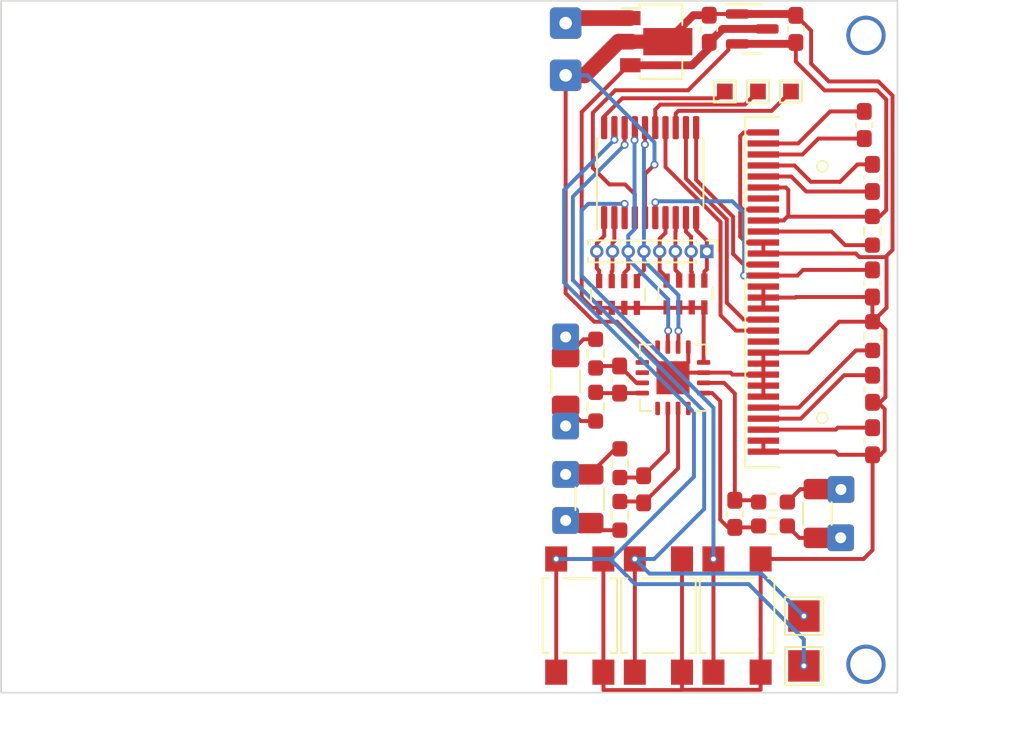
<source format=kicad_pcb>
(kicad_pcb (version 20240225) (generator "pcbnew") (generator_version "8.99")
  (layers (0 "F.Cu" signal) (31 "B.Cu" signal) (34 "B.Paste" user) (35 "F.Paste" user) (36 "B.SilkS" user "B.Silkscreen") (37 "F.SilkS" user "F.Silkscreen") (38 "B.Mask" user) (39 "F.Mask" user) (44 "Edge.Cuts" user))
  (net 0 "")
  (net 1 "Net-(U1-IN+1)")
  (net 2 "Net-(U1-IN-1)")
  (net 3 "GND")
  (net 9 "Net-(U1-IN+2)")
  (net 10 "Net-(U1-IN-2)")
  (net 11 "Net-(J7-Pin_1)")
  (net 12 "Net-(J3-Pin_1)")
  (net 13 "Net-(J9-Pin_1)")
  (net 14 "Net-(J4-Pin_1)")
  (net 15 "Net-(J11-Pin_1)")
  (net 16 "Net-(J13-Pin_1)")
  (net 17 "Net-(J16-Pin_1)")
  (net 18 "3v3")
  (net 19 "Net-(DS1-VCC)")
  (net 20 "Net-(DS1-VCOMH)")
  (net 21 "Net-(DS1-C2N)")
  (net 22 "Net-(DS1-C2P)")
  (net 23 "Net-(DS1-C1N)")
  (net 24 "Net-(DS1-C1P)")
  (net 25 "Net-(U2-PB0{slash}PB1{slash}PB2{slash}PA8)")
  (net 27 "Net-(DS1-~{CS})")
  (net 28 "Net-(DS1-~{RES})")
  (net 29 "Net-(U1-IN+3)")
  (net 30 "Net-(DS1-D0)")
  (net 31 "Net-(DS1-D1)")
  (net 32 "Net-(DS1-IREF)")
  (net 33 "SCL3")
  (net 34 "SDA3")
  (net 35 "SCL4")
  (net 36 "SDA4")
  (net 37 "5v0")
  (net 38 "SCL2")
  (net 39 "SDA2")
  (net 40 "SCL1")
  (net 41 "SDA1")
  (net 42 "SWDIO")
  (net 43 "SWCLK")
  (net 44 "Net-(U2-PC15)")
  (net 45 "Net-(U2-PB3{slash}PB4{slash}PB5{slash}PB6)")
  (net 46 "Net-(U1-IN-3)")
  (net 48 "Net-(DS1-BS0)")
  (net 49 "Net-(U2-PA6)")
  (footprint "TestPoint:TestPoint_Pad_2.0x2.0mm" (layer "F.Cu") (at 71.05 62.3)
    (property "Reference" "TP3" (hide yes))
    (property "Value" "SWCLK")
  )
  (footprint "Resistor_SMD:R_0603_1608Metric_Pad0.98x0.95mm_HandSolder" (layer "F.Cu") (at 59.35 52.7575 -90)
    (property "Reference" "R5" (hide yes))
    (property "Value" "10" (hide yes))
  )
  (footprint "Capacitor_SMD:C_0603_1608Metric_Pad1.08x0.95mm_HandSolder" (layer "F.Cu") (at 75.41 31.2675 90)
    (property "Reference" "C8" (hide yes))
    (property "Value" "2.2uF" (hide yes))
  )
  (footprint "TestPoint:TestPoint_Pad_1.0x1.0mm" (layer "F.Cu") (at 68.13 25.77 180)
    (property "Reference" "TP1" (hide yes))
    (property "Value" "TestPoint" (hide yes))
  )
  (footprint "Display:OLED-128O064D" (layer "F.Cu") (at 68.475 38.525 -90)
    (property "Reference" "DS1" (hide yes))
    (property "Value" "OLED-128O064D" (hide yes))
  )
  (footprint "Package_SO:TSSOP-20_4.4x6.5mm_P0.65mm" (layer "F.Cu") (at 61.275 30.93 90)
    (property "Reference" "U2" (hide yes))
    (property "Value" "STM32G030F6Px" (hide yes))
  )
  (footprint "Resistor_SMD:R_0603_1608Metric_Pad0.98x0.95mm_HandSolder" (layer "F.Cu") (at 75.41 34.6275 90)
    (property "Reference" "R8" (hide yes))
    (property "Value" "4.7K" (hide yes))
  )
  (footprint "Button_Switch_SMD:SW_SPST_TL3305A" (layer "F.Cu") (at 61.8 59.1 -90)
    (property "Reference" "SW2" (hide yes))
    (property "Value" "SW_Push" (hide yes))
  )
  (footprint "Resistor_SMD:R_1206_3216Metric_Pad1.30x1.75mm_HandSolder" (layer "F.Cu") (at 57.43 51.67 90)
    (property "Reference" "R2" (hide yes))
    (property "Value" "0.05" (hide yes))
  )
  (footprint "Capacitor_SMD:C_0603_1608Metric_Pad1.08x0.95mm_HandSolder" (layer "F.Cu") (at 75.42 48.0125 -90)
    (property "Reference" "C5" (hide yes))
    (property "Value" "10uF" (hide yes))
  )
  (footprint "Resistor_SMD:R_1206_3216Metric_Pad1.30x1.75mm_HandSolder" (layer "F.Cu") (at 71.91 52.61 -90)
    (property "Reference" "R10" (hide yes))
    (property "Value" "0.04" (hide yes))
  )
  (footprint "Resistor_SMD:R_0603_1608Metric_Pad0.98x0.95mm_HandSolder" (layer "F.Cu") (at 69.0875 51.88)
    (property "Reference" "R9" (hide yes))
    (property "Value" "10" (hide yes))
  )
  (footprint "Button_Switch_SMD:SW_SPST_TL3305A" (layer "F.Cu") (at 66.8 59.1 90)
    (property "Reference" "SW3" (hide yes))
    (property "Value" "SW_Push" (hide yes))
  )
  (footprint "Capacitor_SMD:C_0603_1608Metric_Pad1.08x0.95mm_HandSolder" (layer "F.Cu") (at 75.42 44.675 -90)
    (property "Reference" "C6" (hide yes))
    (property "Value" "2.2uF" (hide yes))
  )
  (footprint "Package_TO_SOT_SMD:SOT-23" (layer "F.Cu") (at 67.7675 21.79)
    (property "Reference" "U4" (hide yes))
    (property "Value" "XC6206" (hide yes))
  )
  (footprint "Resistor_SMD:R_0603_1608Metric_Pad0.98x0.95mm_HandSolder" (layer "F.Cu") (at 59.35 49.4075 90)
    (property "Reference" "R6" (hide yes))
    (property "Value" "10" (hide yes))
  )
  (footprint "Package_TO_SOT_SMD:SOT-89-3" (layer "F.Cu") (at 61.96 22.6)
    (property "Reference" "U3" (hide yes))
    (property "Value" "CJ78L05" (hide yes))
  )
  (footprint "Resistor_SMD:R_0603_1608Metric_Pad0.98x0.95mm_HandSolder" (layer "F.Cu") (at 75.42 41.325 90)
    (property "Reference" "R7" (hide yes))
    (property "Value" "910K" (hide yes))
  )
  (footprint "TestPoint:TestPoint_Pad_2.0x2.0mm" (layer "F.Cu") (at 71.05 59.13)
    (property "Reference" "TP4" (hide yes))
    (property "Value" "SWDIO")
  )
  (footprint "Resistor_SMD:R_0603_1608Metric_Pad0.98x0.95mm_HandSolder" (layer "F.Cu") (at 69.0875 53.4)
    (property "Reference" "R11" (hide yes))
    (property "Value" "10" (hide yes))
  )
  (footprint "Capacitor_SMD:C_0603_1608Metric_Pad1.08x0.95mm_HandSolder" (layer "F.Cu") (at 70.54 21.79 90)
    (property "Reference" "C4" (hide yes))
    (property "Value" "10uF" (hide yes))
  )
  (footprint "Connector_Wire:SolderWire-0.127sqmm_1x01_D0.48mm_OD1mm" (layer "F.Cu") (at 55.9 21.42)
    (property "Reference" "J16" (hide yes))
    (property "Value" "20Vin" (hide yes))
  )
  (footprint "Capacitor_SMD:C_0603_1608Metric_Pad1.08x0.95mm_HandSolder" (layer "F.Cu") (at 65.03 21.78 90)
    (property "Reference" "C3" (hide yes))
    (property "Value" "2.2uF" (hide yes))
  )
  (footprint "Capacitor_SMD:C_0603_1608Metric_Pad1.08x0.95mm_HandSolder" (layer "F.Cu") (at 59.3325 44.09 90)
    (property "Reference" "C1" (hide yes))
    (property "Value" "0.1uF" (hide yes))
  )
  (footprint "Capacitor_SMD:C_0603_1608Metric_Pad1.08x0.95mm_HandSolder" (layer "F.Cu") (at 74.89 27.9 -90)
    (property "Reference" "C7" (hide yes))
    (property "Value" "2.2uF" (hide yes))
  )
  (footprint "Resistor_SMD:R_0603_1608Metric_Pad0.98x0.95mm_HandSolder" (layer "F.Cu") (at 57.8075 45.815 -90)
    (property "Reference" "R3" (hide yes))
    (property "Value" "10" (hide yes))
  )
  (footprint "TestPoint:TestPoint_Pad_1.0x1.0mm" (layer "F.Cu") (at 70.23 25.77)
    (property "Reference" "TP7" (hide yes))
    (property "Value" "~")
  )
  (footprint "Connector_Wire:SolderWire-0.127sqmm_1x01_D0.48mm_OD1mm" (layer "F.Cu") (at 55.9 24.74)
    (property "Reference" "J2" (hide yes))
    (property "Value" "GND" (hide yes))
  )
  (footprint "Package_DFN_QFN:QFN-16-1EP_4x4mm_P0.65mm_EP2.1x2.1mm" (layer "F.Cu") (at 62.725 43.975 180)
    (property "Reference" "U1" (hide yes))
    (property "Value" "INA3221" (hide yes))
  )
  (footprint "Button_Switch_SMD:SW_SPST_TL3305A" (layer "F.Cu") (at 56.8 59.1 -90)
    (property "Reference" "SW1" (hide yes))
    (property "Value" "SW_Push" (hide yes))
  )
  (footprint "Resistor_SMD:R_Array_Concave_4x0603" (layer "F.Cu") (at 63.52 38.65 -90)
    (property "Reference" "RN1" (hide yes))
    (property "Value" "4.7K" (hide yes))
  )
  (footprint "Capacitor_SMD:C_0603_1608Metric_Pad1.08x0.95mm_HandSolder" (layer "F.Cu") (at 60.86 51.07 90)
    (property "Reference" "C2" (hide yes))
    (property "Value" "0.1uF" (hide yes))
  )
  (footprint "Resistor_SMD:R_Array_Concave_4x0603" (layer "F.Cu") (at 59.23 38.68 -90)
    (property "Reference" "RN2" (hide yes))
    (property "Value" "4.7K" (hide yes))
  )
  (footprint "Resistor_SMD:R_0603_1608Metric_Pad0.98x0.95mm_HandSolder" (layer "F.Cu") (at 57.8075 42.44 90)
    (property "Reference" "R4" (hide yes))
    (property "Value" "10" (hide yes))
  )
  (footprint "TestPoint:TestPoint_Pad_1.0x1.0mm" (layer "F.Cu") (at 66.02 25.77 180)
    (property "Reference" "TP2" (hide yes))
    (property "Value" "TestPoint" (hide yes))
  )
  (footprint "Capacitor_SMD:C_0603_1608Metric_Pad1.08x0.95mm_HandSolder" (layer "F.Cu") (at 75.41 37.9775 90)
    (property "Reference" "C9" (hide yes))
    (property "Value" "0.1uF" (hide yes))
  )
  (footprint "Resistor_SMD:R_1206_3216Metric_Pad1.30x1.75mm_HandSolder" (layer "F.Cu") (at 55.9 44.2125 90)
    (property "Reference" "R1" (hide yes))
    (property "Value" "0.05" (hide yes))
  )
  (footprint "Connector_PinHeader_1.00mm:PinHeader_1x08_P1.00mm_Vertical" (layer "F.Cu") (at 64.88 35.94 -90)
    (property "Reference" "J1" (hide yes))
    (property "Value" "Conn_01x08_Pin" (hide yes))
  )
  (footprint "Capacitor_SMD:C_0603_1608Metric_Pad1.08x0.95mm_HandSolder" (layer "F.Cu") (at 66.6575 52.63 -90)
    (property "Reference" "C10" (hide yes))
    (property "Value" "0.1uF" (hide yes))
  )
  (footprint "Connector_Wire:SolderWire-0.127sqmm_1x01_D0.48mm_OD1mm" (layer "B.Cu") (at 55.9 50.12 -90)
    (property "Reference" "J13" (hide yes))
    (property "Value" "BAT_O_1P" (hide yes))
  )
  (footprint "Connector_Wire:SolderWire-0.127sqmm_1x01_D0.48mm_OD1mm" (layer "B.Cu") (at 73.39 54.15 180)
    (property "Reference" "J4" (hide yes))
    (property "Value" "BAT_O_0P" (hide yes))
  )
  (footprint "Connector_Wire:SolderWire-0.127sqmm_1x01_D0.48mm_OD1mm" (layer "B.Cu") (at 55.9 53.05 180)
    (property "Reference" "J9" (hide yes))
    (property "Value" "BAT1P" (hide yes))
  )
  (footprint "Connector_Wire:SolderWire-0.127sqmm_1x01_D0.48mm_OD1mm" (layer "B.Cu") (at 73.41 51.08 180)
    (property "Reference" "J3" (hide yes))
    (property "Value" "BAT0P" (hide yes))
  )
  (footprint "Connector_Wire:SolderWire-0.127sqmm_1x01_D0.48mm_OD1mm" (layer "B.Cu") (at 55.9 47.04 180)
    (property "Reference" "J7" (hide yes))
    (property "Value" "BAT0P" (hide yes))
  )
  (footprint "Connector_Wire:SolderWire-0.127sqmm_1x01_D0.48mm_OD1mm" (layer "B.Cu") (at 55.9 41.38 -90)
    (property "Reference" "J11" (hide yes))
    (property "Value" "BAT_O_0P" (hide yes))
  )
  (gr_rect (start 20 20) (end 77 64) (stroke (width 0.1)) (fill none) (layer "Edge.Cuts"))
  (via (at 75 22.2) (size 2.5) (drill 2) (layers "F.Cu" "B.Cu") (net 0))
  (via (at 75 62.2) (size 2.5) (drill 2) (layers "F.Cu" "B.Cu") (net 0))
  (segment (start 59.335 44.95) (end 59.3325 44.9525) (width 0.25) (layer "F.Cu") (net 1))
  (segment (start 59.3325 44.9525) (end 57.8575 44.9525) (width 0.25) (layer "F.Cu") (net 1))
  (segment (start 60.775 44.95) (end 59.335 44.95) (width 0.25) (layer "F.Cu") (net 1))
  (segment (start 57.8575 44.9525) (end 57.8075 44.9025) (width 0.25) (layer "F.Cu") (net 1))
  (segment (start 57.9325 43.2275) (end 57.8075 43.3525) (width 0.25) (layer "F.Cu") (net 2))
  (segment (start 60.775 44.3) (end 60.405 44.3) (width 0.25) (layer "F.Cu") (net 2))
  (segment (start 60.405 44.3) (end 59.3325 43.2275) (width 0.25) (layer "F.Cu") (net 2))
  (segment (start 59.3325 43.2275) (end 57.9325 43.2275) (width 0.25) (layer "F.Cu") (net 2))
  (segment (start 68.475 36.075) (end 68.475 35.375) (width 0.25) (layer "F.Cu") (net 3))
  (segment (start 57.12 24.74) (end 59.26 22.6) (width 1) (layer "F.Cu") (net 3))
  (segment (start 68.3 60.61) (end 68.3 57.975) (width 0.25) (layer "F.Cu") (net 3))
  (segment (start 68.3 57.975) (end 68.3 55.5) (width 0.25) (layer "F.Cu") (net 3))
  (segment (start 75.41 38.84) (end 75.41 40.4025) (width 0.25) (layer "F.Cu") (net 3))
  (segment (start 63.7 43) (end 62.725 43.975) (width 0.25) (layer "F.Cu") (net 3))
  (segment (start 68.475 48.675) (end 68.475 47.975) (width 0.25) (layer "F.Cu") (net 3))
  (segment (start 71.325 42.375) (end 73.2875 40.4125) (width 0.25) (layer "F.Cu") (net 3))
  (segment (start 64.675 43.65) (end 63.05 43.65) (width 0.25) (layer "F.Cu") (net 3))
  (segment (start 74.355 36.075) (end 74.5825 36.3025) (width 0.25) (layer "F.Cu") (net 3))
  (segment (start 75.7575 45.5375) (end 75.42 45.5375) (width 0.25) (layer "F.Cu") (net 3))
  (segment (start 68.3 63.8) (end 68.3 62.7) (width 0.25) (layer "F.Cu") (net 3))
  (segment (start 75.41 40.4025) (end 75.42 40.4125) (width 0.25) (layer "F.Cu") (net 3))
  (segment (start 76.69 26.03) (end 75.79 25.13) (width 0.25) (layer "F.Cu") (net 3))
  (segment (start 57.71 40.41) (end 55.9 38.6) (width 0.25) (layer "F.Cu") (net 3))
  (segment (start 67.375 35.375) (end 67 35) (width 0.25) (layer "F.Cu") (net 3))
  (segment (start 70.4525 20.84) (end 70.54 20.9275) (width 0.5) (layer "F.Cu") (net 3))
  (segment (start 76.31 39.5225) (end 75.42 40.4125) (width 0.25) (layer "F.Cu") (net 3))
  (segment (start 68.28 63.82) (end 68.3 63.8) (width 0.25) (layer "F.Cu") (net 3))
  (segment (start 55.9 24.74) (end 57.12 24.74) (width 1) (layer "F.Cu") (net 3))
  (segment (start 68.475 48.675) (end 73.045 48.675) (width 0.25) (layer "F.Cu") (net 3))
  (segment (start 75.93 48.86) (end 76.19 48.6) (width 0.25) (layer "F.Cu") (net 3))
  (segment (start 76.19 45.97) (end 75.7575 45.5375) (width 0.25) (layer "F.Cu") (net 3))
  (segment (start 59.16 40.41) (end 57.71 40.41) (width 0.25) (layer "F.Cu") (net 3))
  (segment (start 75.79 25.13) (end 72.64 25.13) (width 0.25) (layer "F.Cu") (net 3))
  (segment (start 71.51 24) (end 71.51 21.8975) (width 0.25) (layer "F.Cu") (net 3))
  (segment (start 58.3 62.7) (end 58.3 55.5) (width 0.25) (layer "F.Cu") (net 3))
  (segment (start 59.26 22.6) (end 60.0975 22.6) (width 1) (layer "F.Cu") (net 3))
  (segment (start 76.3075 36.3025) (end 76.31 36.3) (width 0.25) (layer "F.Cu") (net 3))
  (segment (start 72.64 25.13) (end 71.51 24) (width 0.25) (layer "F.Cu") (net 3))
  (segment (start 75.42 45.5375) (end 75.9025 45.5375) (width 0.25) (layer "F.Cu") (net 3))
  (segment (start 66.39 43.65) (end 66.515 43.775) (width 0.25) (layer "F.Cu") (net 3))
  (segment (start 63.7 42.025) (end 63.7 43) (width 0.25) (layer "F.Cu") (net 3))
  (segment (start 66.515 43.775) (end 68.475 43.775) (width 0.25) (layer "F.Cu") (net 3))
  (segment (start 75.9025 45.5375) (end 76.24 45.2) (width 0.25) (layer "F.Cu") (net 3))
  (segment (start 74.5825 36.3025) (end 76.3075 36.3025) (width 0.25) (layer "F.Cu") (net 3))
  (segment (start 67.175 33.275) (end 67 33.1) (width 0.25) (layer "F.Cu") (net 3))
  (segment (start 76.24 40.91) (end 75.7425 40.4125) (width 0.25) (layer "F.Cu") (net 3))
  (segment (start 68.475 39.575) (end 68.475 38.875) (width 0.25) (layer "F.Cu") (net 3))
  (segment (start 68.475 36.075) (end 74.355 36.075) (width 0.25) (layer "F.Cu") (net 3))
  (segment (start 76.19 48.6) (end 76.19 45.97) (width 0.25) (layer "F.Cu") (net 3))
  (segment (start 73.245 48.875) (end 75.42 48.875) (width 0.25) (layer "F.Cu") (net 3))
  (segment (start 63.05 43.65) (end 62.725 43.975) (width 0.25) (layer "F.Cu") (net 3))
  (segment (start 67.225 28.375) (end 68.475 28.375) (width 0.25) (layer "F.Cu") (net 3))
  (segment (start 55.9 38.6) (end 55.9 24.74) (width 0.25) (layer "F.Cu") (net 3))
  (segment (start 66.83 20.84) (end 70.4525 20.84) (width 0.5) (layer "F.Cu") (net 3))
  (segment (start 58.31 63.84) (end 63.28 63.84) (width 0.25) (layer "F.Cu") (net 3))
  (segment (start 70.54 38.84) (end 75.41 38.84) (width 0.25) (layer "F.Cu") (net 3))
  (segment (start 60.0975 22.6) (end 62.34 22.6) (width 0.5) (layer "F.Cu") (net 3))
  (segment (start 76.31 36.3) (end 76.31 39.5225) (width 0.25) (layer "F.Cu") (net 3))
  (segment (start 68.475 38.875) (end 70.505 38.875) (width 0.25) (layer "F.Cu") (net 3))
  (segment (start 76.24 45.2) (end 76.24 40.91) (width 0.25) (layer "F.Cu") (net 3))
  (segment (start 68.475 35.375) (end 67.375 35.375) (width 0.25) (layer "F.Cu") (net 3))
  (segment (start 76.23 36.3025) (end 76.69 35.8425) (width 0.25) (layer "F.Cu") (net 3))
  (segment (start 70.505 38.875) (end 70.54 38.84) (width 0.25) (layer "F.Cu") (net 3))
  (segment (start 67 28.6) (end 67.225 28.375) (width 0.25) (layer "F.Cu") (net 3))
  (segment (start 63.3 55.5) (end 63.3 62.7) (width 0.25) (layer "F.Cu") (net 3))
  (segment (start 75.42 54.93) (end 75.42 48.875) (width 0.25) (layer "F.Cu") (net 3))
  (segment (start 62.34 22.6) (end 64.0225 20.9175) (width 0.5) (layer "F.Cu") (net 3))
  (segment (start 67 33.1) (end 67 28.6) (width 0.25) (layer "F.Cu") (net 3))
  (segment (start 62.725 43.975) (end 59.16 40.41) (width 0.25) (layer "F.Cu") (net 3))
  (segment (start 66.83 20.84) (end 65.1075 20.84) (width 0.25) (layer "F.Cu") (net 3))
  (segment (start 75.425 48.88) (end 75.93 48.88) (width 0.25) (layer "F.Cu") (net 3))
  (segment (start 67 35) (end 67 33.45) (width 0.25) (layer "F.Cu") (net 3))
  (segment (start 68.3 62.7) (end 68.3 60.61) (width 0.25) (layer "F.Cu") (net 3))
  (segment (start 60.95 33.7925) (end 60.95 31.02) (width 0.25) (layer "F.Cu") (net 3))
  (segment (start 68.3 55.5) (end 74.85 55.5) (width 0.25) (layer "F.Cu") (net 3))
  (segment (start 68.475 38.175) (end 68.475 38.875) (width 0.25) (layer "F.Cu") (net 3))
  (segment (start 60.95 31.02) (end 61.55 30.42) (width 0.25) (layer "F.Cu") (net 3))
  (segment (start 74.85 55.5) (end 75.42 54.93) (width 0.25) (layer "F.Cu") (net 3))
  (segment (start 73.045 48.675) (end 73.245 48.875) (width 0.25) (layer "F.Cu") (net 3))
  (segment (start 63.3 63.82) (end 63.3 62.7) (width 0.25) (layer "F.Cu") (net 3))
  (segment (start 75.42 48.875) (end 75.425 48.88) (width 0.25) (layer "F.Cu") (net 3))
  (segment (start 75.7425 40.4125) (end 75.42 40.4125) (width 0.25) (layer "F.Cu") (net 3))
  (segment (start 75.93 48.88) (end 75.93 48.86) (width 0.25) (layer "F.Cu") (net 3))
  (segment (start 73.2875 40.4125) (end 75.42 40.4125) (width 0.25) (layer "F.Cu") (net 3))
  (segment (start 64.0225 20.9175) (end 65.03 20.9175) (width 0.5) (layer "F.Cu") (net 3))
  (segment (start 68.475 33.275) (end 67.175 33.275) (width 0.25) (layer "F.Cu") (net 3))
  (segment (start 75.7625 40.4125) (end 75.42 40.4125) (width 0.25) (layer "F.Cu") (net 3))
  (segment (start 68.475 42.375) (end 68.475 45.175) (width 0.25) (layer "F.Cu") (net 3))
  (segment (start 76.69 35.8425) (end 76.69 26.03) (width 0.25) (layer "F.Cu") (net 3))
  (segment (start 67 33.45) (end 67.175 33.275) (width 0.25) (layer "F.Cu") (net 3))
  (segment (start 75.42 48.875) (end 75.45 48.875) (width 0.25) (layer "F.Cu") (net 3))
  (segment (start 63.3 63.82) (end 68.28 63.82) (width 0.25) (layer "F.Cu") (net 3))
  (segment (start 58.31 62.81) (end 58.31 63.84) (width 0.25) (layer "F.Cu") (net 3))
  (segment (start 58.3 62.7) (end 58.3 62.8) (width 0.25) (layer "F.Cu") (net 3))
  (segment (start 65.1075 20.84) (end 65.03 20.9175) (width 0.25) (layer "F.Cu") (net 3))
  (segment (start 63.28 63.84) (end 63.3 63.82) (width 0.25) (layer "F.Cu") (net 3))
  (segment (start 68.475 42.375) (end 71.325 42.375) (width 0.25) (layer "F.Cu") (net 3))
  (segment (start 58.3 62.8) (end 58.31 62.81) (width 0.25) (layer "F.Cu") (net 3))
  (segment (start 64.675 43.65) (end 66.39 43.65) (width 0.25) (layer "F.Cu") (net 3))
  (segment (start 71.51 21.8975) (end 70.54 20.9275) (width 0.25) (layer "F.Cu") (net 3))
  (via (at 61.55 30.42) (size 0.5) (drill 0.3) (layers "F.Cu" "B.Cu") (net 3))
  (segment (start 61.55 30.42) (end 61.55 29.007537) (width 0.25) (layer "B.Cu") (net 3))
  (segment (start 61.55 29.007537) (end 57.282463 24.74) (width 0.25) (layer "B.Cu") (net 3))
  (segment (start 57.282463 24.74) (end 55.9 24.74) (width 0.25) (layer "B.Cu") (net 3))
  (segment (start 63.05 49.7425) (end 60.86 51.9325) (width 0.25) (layer "F.Cu") (net 9))
  (segment (start 60.7725 51.845) (end 60.86 51.9325) (width 0.25) (layer "F.Cu") (net 9))
  (segment (start 63.05 45.925) (end 63.05 49.7425) (width 0.25) (layer "F.Cu") (net 9))
  (segment (start 59.35 51.845) (end 60.7725 51.845) (width 0.25) (layer "F.Cu") (net 9))
  (segment (start 60.7475 50.32) (end 60.86 50.2075) (width 0.25) (layer "F.Cu") (net 10))
  (segment (start 62.4 45.925) (end 62.4 48.6675) (width 0.25) (layer "F.Cu") (net 10))
  (segment (start 62.4 48.6675) (end 60.86 50.2075) (width 0.25) (layer "F.Cu") (net 10))
  (segment (start 59.35 50.32) (end 60.7475 50.32) (width 0.25) (layer "F.Cu") (net 10))
  (segment (start 57.8075 46.7275) (end 56.865 46.7275) (width 0.25) (layer "F.Cu") (net 11))
  (segment (start 56.865 46.7275) (end 55.9 45.7625) (width 0.25) (layer "F.Cu") (net 11))
  (segment (start 70.82 51.06) (end 70 51.88) (width 0.25) (layer "F.Cu") (net 12))
  (segment (start 71.91 51.06) (end 70.82 51.06) (width 0.25) (layer "F.Cu") (net 12))
  (segment (start 57.88 53.67) (end 57.43 53.22) (width 0.25) (layer "F.Cu") (net 13))
  (segment (start 59.35 53.67) (end 57.88 53.67) (width 0.25) (layer "F.Cu") (net 13))
  (segment (start 70.76 54.16) (end 70 53.4) (width 0.25) (layer "F.Cu") (net 14))
  (segment (start 71.91 54.16) (end 70.76 54.16) (width 0.25) (layer "F.Cu") (net 14))
  (segment (start 57.035 41.5275) (end 55.9 42.6625) (width 0.25) (layer "F.Cu") (net 15))
  (segment (start 57.8075 41.5275) (end 57.035 41.5275) (width 0.25) (layer "F.Cu") (net 15))
  (segment (start 57.43 50.12) (end 59.055 48.495) (width 0.25) (layer "F.Cu") (net 16))
  (segment (start 59.055 48.495) (end 59.35 48.495) (width 0.25) (layer "F.Cu") (net 16))
  (segment (start 60.01 21.1) (end 56.22 21.1) (width 1) (layer "F.Cu") (net 17))
  (segment (start 56.22 21.1) (end 55.9 21.42) (width 1) (layer "F.Cu") (net 17))
  (segment (start 75.41 33.715) (end 75.885 33.715) (width 0.25) (layer "F.Cu") (net 18))
  (segment (start 76.29 26.28) (end 75.71 25.7) (width 0.25) (layer "F.Cu") (net 18))
  (segment (start 75.885 33.715) (end 76.29 33.31) (width 0.25) (layer "F.Cu") (net 18))
  (segment (start 58.68 31.68) (end 59.68 31.68) (width 0.25) (layer "F.Cu") (net 18))
  (segment (start 66.245 23.135) (end 63.69 25.69) (width 0.25) (layer "F.Cu") (net 18))
  (segment (start 63.69 25.69) (end 59.06 25.69) (width 0.25) (layer "F.Cu") (net 18))
  (segment (start 72.37 25.7) (end 70.54 23.87) (width 0.25) (layer "F.Cu") (net 18))
  (segment (start 70.02 33.72) (end 70.03 33.73) (width 0.25) (layer "F.Cu") (net 18))
  (segment (start 68.475 33.975) (end 69.765 33.975) (width 0.25) (layer "F.Cu") (net 18))
  (segment (start 75.395 33.73) (end 75.41 33.715) (width 0.25) (layer "F.Cu") (net 18))
  (segment (start 68.475 31.875) (end 69.905 31.875) (width 0.25) (layer "F.Cu") (net 18))
  (segment (start 57.63 27.12) (end 57.63 30.63) (width 0.25) (layer "F.Cu") (net 18))
  (segment (start 69.755 33.975) (end 68.475 33.975) (width 0.25) (layer "F.Cu") (net 18))
  (segment (start 70.03 33.73) (end 75.395 33.73) (width 0.25) (layer "F.Cu") (net 18))
  (segment (start 69.765 33.975) (end 70.02 33.72) (width 0.25) (layer "F.Cu") (net 18))
  (segment (start 60.3 32.3) (end 60.3 33.7925) (width 0.25) (layer "F.Cu") (net 18))
  (segment (start 69.905 31.875) (end 70.06 32.03) (width 0.25) (layer "F.Cu") (net 18))
  (segment (start 66.83 22.74) (end 70.4525 22.74) (width 0.5) (layer "F.Cu") (net 18))
  (segment (start 57.63 30.63) (end 58.68 31.68) (width 0.25) (layer "F.Cu") (net 18))
  (segment (start 70.4525 22.74) (end 70.54 22.6525) (width 0.5) (layer "F.Cu") (net 18))
  (segment (start 66.245 22.76) (end 66.245 23.135) (width 0.25) (layer "F.Cu") (net 18))
  (segment (start 59.06 25.69) (end 57.63 27.12) (width 0.25) (layer "F.Cu") (net 18))
  (segment (start 76.29 33.31) (end 76.29 26.28) (width 0.25) (layer "F.Cu") (net 18))
  (segment (start 75.71 25.7) (end 72.37 25.7) (width 0.25) (layer "F.Cu") (net 18))
  (segment (start 70.54 23.87) (end 70.54 22.6525) (width 0.25) (layer "F.Cu") (net 18))
  (segment (start 59.68 31.68) (end 60.3 32.3) (width 0.25) (layer "F.Cu") (net 18))
  (segment (start 70.06 33.67) (end 69.755 33.975) (width 0.25) (layer "F.Cu") (net 18))
  (segment (start 70.06 32.03) (end 70.06 33.67) (width 0.25) (layer "F.Cu") (net 18))
  (segment (start 73.2 47.15) (end 75.42 47.15) (width 0.25) (layer "F.Cu") (net 19))
  (segment (start 68.475 47.275) (end 73.075 47.275) (width 0.25) (layer "F.Cu") (net 19))
  (segment (start 73.075 47.275) (end 73.2 47.15) (width 0.25) (layer "F.Cu") (net 19))
  (segment (start 68.475 46.575) (end 70.855 46.575) (width 0.25) (layer "F.Cu") (net 20))
  (segment (start 70.855 46.575) (end 73.6175 43.8125) (width 0.25) (layer "F.Cu") (net 20))
  (segment (start 73.6175 43.8125) (end 75.42 43.8125) (width 0.25) (layer "F.Cu") (net 20))
  (segment (start 72.7225 27.0375) (end 74.89 27.0375) (width 0.25) (layer "F.Cu") (net 21))
  (segment (start 70.685 29.075) (end 72.7225 27.0375) (width 0.25) (layer "F.Cu") (net 21))
  (segment (start 68.475 29.075) (end 70.685 29.075) (width 0.25) (layer "F.Cu") (net 21))
  (segment (start 71.9775 28.7625) (end 74.89 28.7625) (width 0.25) (layer "F.Cu") (net 22))
  (segment (start 70.965 29.775) (end 71.9775 28.7625) (width 0.25) (layer "F.Cu") (net 22))
  (segment (start 68.475 29.775) (end 70.965 29.775) (width 0.25) (layer "F.Cu") (net 22))
  (segment (start 70.245 31.175) (end 71.2 32.13) (width 0.25) (layer "F.Cu") (net 23))
  (segment (start 71.2 32.13) (end 75.41 32.13) (width 0.25) (layer "F.Cu") (net 23))
  (segment (start 68.475 31.175) (end 70.245 31.175) (width 0.25) (layer "F.Cu") (net 23))
  (segment (start 73.35 31.52) (end 74.465 30.405) (width 0.25) (layer "F.Cu") (net 24))
  (segment (start 71.49 31.51) (end 73.34 31.51) (width 0.25) (layer "F.Cu") (net 24))
  (segment (start 68.475 30.475) (end 70.455 30.475) (width 0.25) (layer "F.Cu") (net 24))
  (segment (start 74.465 30.405) (end 75.41 30.405) (width 0.25) (layer "F.Cu") (net 24))
  (segment (start 73.34 31.51) (end 73.35 31.52) (width 0.25) (layer "F.Cu") (net 24))
  (segment (start 70.455 30.475) (end 71.49 31.51) (width 0.25) (layer "F.Cu") (net 24))
  (segment (start 61.915685 26.6) (end 67.3 26.6) (width 0.25) (layer "F.Cu") (net 25))
  (segment (start 61.6 28.0675) (end 61.6 26.915685) (width 0.25) (layer "F.Cu") (net 25))
  (segment (start 67.3 26.6) (end 68.13 25.77) (width 0.25) (layer "F.Cu") (net 25))
  (segment (start 61.6 26.915685) (end 61.915685 26.6) (width 0.25) (layer "F.Cu") (net 25))
  (segment (start 67.225 36.775) (end 66.55 36.1) (width 0.25) (layer "F.Cu") (net 27))
  (segment (start 66.55 36.1) (end 66.55 33.740527) (width 0.25) (layer "F.Cu") (net 27))
  (segment (start 66.55 33.740527) (end 64.2 31.390526) (width 0.25) (layer "F.Cu") (net 27))
  (segment (start 64.2 31.390526) (end 64.2 28.0675) (width 0.25) (layer "F.Cu") (net 27))
  (segment (start 68.475 36.775) (end 67.225 36.775) (width 0.25) (layer "F.Cu") (net 27))
  (segment (start 70.64 37.475) (end 68.475 37.475) (width 0.25) (layer "F.Cu") (net 28))
  (segment (start 61.6 32.822464) (end 61.603732 32.818732) (width 0.25) (layer "F.Cu") (net 28))
  (segment (start 71 37.115) (end 70.64 37.475) (width 0.25) (layer "F.Cu") (net 28))
  (segment (start 61.6 33.7925) (end 61.6 32.822464) (width 0.25) (layer "F.Cu") (net 28))
  (segment (start 75.41 37.115) (end 71 37.115) (width 0.25) (layer "F.Cu") (net 28))
  (segment (start 67.25 37.475) (end 68.475 37.475) (width 0.25) (layer "F.Cu") (net 28))
  (via (at 67.25 37.475) (size 0.5) (drill 0.3) (layers "F.Cu" "B.Cu") (net 28))
  (via (at 61.603732 32.818732) (size 0.5) (drill 0.3) (layers "F.Cu" "B.Cu") (net 28))
  (segment (start 66.5 32.75) (end 67.25 33.5) (width 0.25) (layer "B.Cu") (net 28))
  (segment (start 67.25 33.5) (end 67.25 37.475) (width 0.25) (layer "B.Cu") (net 28))
  (segment (start 61.672464 32.75) (end 66.5 32.75) (width 0.25) (layer "B.Cu") (net 28))
  (segment (start 61.603732 32.818732) (end 61.672464 32.75) (width 0.25) (layer "B.Cu") (net 28))
  (segment (start 65.98 44.3) (end 64.675 44.3) (width 0.25) (layer "F.Cu") (net 29))
  (segment (start 68.0625 51.7675) (end 68.175 51.88) (width 0.25) (layer "F.Cu") (net 29))
  (segment (start 66.6575 51.7675) (end 66.66 51.765) (width 0.25) (layer "F.Cu") (net 29))
  (segment (start 66.66 51.765) (end 66.66 44.98) (width 0.25) (layer "F.Cu") (net 29))
  (segment (start 66.66 44.98) (end 65.98 44.3) (width 0.25) (layer "F.Cu") (net 29))
  (segment (start 66.6575 51.7675) (end 68.0625 51.7675) (width 0.25) (layer "F.Cu") (net 29))
  (segment (start 63.55 28.0675) (end 63.55 31.306212) (width 0.25) (layer "F.Cu") (net 30))
  (segment (start 63.55 31.306212) (end 66.15 33.906213) (width 0.25) (layer "F.Cu") (net 30))
  (segment (start 66.15 33.906213) (end 66.15 39.2) (width 0.25) (layer "F.Cu") (net 30))
  (segment (start 66.15 39.2) (end 67.225 40.275) (width 0.25) (layer "F.Cu") (net 30))
  (segment (start 67.225 40.275) (end 68.475 40.275) (width 0.25) (layer "F.Cu") (net 30))
  (segment (start 65.75 40) (end 66.725 40.975) (width 0.25) (layer "F.Cu") (net 31))
  (segment (start 66.725 40.975) (end 68.475 40.975) (width 0.25) (layer "F.Cu") (net 31))
  (segment (start 62.25 30.571898) (end 65.75 34.071898) (width 0.25) (layer "F.Cu") (net 31))
  (segment (start 65.75 34.071898) (end 65.75 40) (width 0.25) (layer "F.Cu") (net 31))
  (segment (start 62.25 28.0675) (end 62.25 30.571898) (width 0.25) (layer "F.Cu") (net 31))
  (segment (start 68.475 45.875) (end 70.725 45.875) (width 0.25) (layer "F.Cu") (net 32))
  (segment (start 74.3625 42.2375) (end 75.42 42.2375) (width 0.25) (layer "F.Cu") (net 32))
  (segment (start 70.725 45.875) (end 74.3625 42.2375) (width 0.25) (layer "F.Cu") (net 32))
  (segment (start 64.88 35.25) (end 64.88 35.94) (width 0.25) (layer "F.Cu") (net 33))
  (segment (start 64.88 37.07) (end 64.88 35.94) (width 0.25) (layer "F.Cu") (net 33))
  (segment (start 64.2 34.57) (end 64.88 35.25) (width 0.25) (layer "F.Cu") (net 33))
  (segment (start 64.72 37.23) (end 64.88 37.07) (width 0.25) (layer "F.Cu") (net 33))
  (segment (start 64.2 33.7925) (end 64.2 34.57) (width 0.25) (layer "F.Cu") (net 33))
  (segment (start 64.72 37.8) (end 64.72 37.23) (width 0.25) (layer "F.Cu") (net 33))
  (segment (start 63.92 37.26) (end 63.88 37.22) (width 0.25) (layer "F.Cu") (net 34))
  (segment (start 63.88 37.22) (end 63.88 35.94) (width 0.25) (layer "F.Cu") (net 34))
  (segment (start 63.88 35.01) (end 63.88 35.94) (width 0.25) (layer "F.Cu") (net 34))
  (segment (start 63.55 34.68) (end 63.88 35.01) (width 0.25) (layer "F.Cu") (net 34))
  (segment (start 63.55 33.7925) (end 63.55 34.68) (width 0.25) (layer "F.Cu") (net 34))
  (segment (start 63.92 37.8) (end 63.92 37.26) (width 0.25) (layer "F.Cu") (net 34))
  (segment (start 62.9 33.7925) (end 62.9 34.68) (width 0.25) (layer "F.Cu") (net 35))
  (segment (start 62.88 34.7) (end 62.88 35.94) (width 0.25) (layer "F.Cu") (net 35))
  (segment (start 63.12 37.36) (end 62.88 37.12) (width 0.25) (layer "F.Cu") (net 35))
  (segment (start 63.12 37.8) (end 63.12 37.36) (width 0.25) (layer "F.Cu") (net 35))
  (segment (start 62.88 37.12) (end 62.88 35.94) (width 0.25) (layer "F.Cu") (net 35))
  (segment (start 62.9 34.68) (end 62.88 34.7) (width 0.25) (layer "F.Cu") (net 35))
  (segment (start 61.88 37.15) (end 61.88 35.94) (width 0.25) (layer "F.Cu") (net 36))
  (segment (start 62.32 37.8) (end 62.32 37.59) (width 0.25) (layer "F.Cu") (net 36))
  (segment (start 62.25 34.76) (end 61.88 35.13) (width 0.25) (layer "F.Cu") (net 36))
  (segment (start 62.32 37.59) (end 61.88 37.15) (width 0.25) (layer "F.Cu") (net 36))
  (segment (start 62.25 33.7925) (end 62.25 34.76) (width 0.25) (layer "F.Cu") (net 36))
  (segment (start 61.88 35.13) (end 61.88 35.94) (width 0.25) (layer "F.Cu") (net 36))
  (segment (start 63.94 24.1) (end 65.03 23.01) (width 0.5) (layer "F.Cu") (net 37))
  (segment (start 58.03 39.53) (end 64.69 39.53) (width 0.25) (layer "F.Cu") (net 37))
  (segment (start 56.92 38.87) (end 56.92 27.08) (width 0.25) (layer "F.Cu") (net 37))
  (segment (start 65.03 23.01) (end 65.03 22.6425) (width 0.5) (layer "F.Cu") (net 37))
  (segment (start 57.58 39.53) (end 56.92 38.87) (width 0.25) (layer "F.Cu") (net 37))
  (segment (start 59.9 24.1) (end 60.01 24.1) (width 0.25) (layer "F.Cu") (net 37))
  (segment (start 64.675 39.545) (end 64.72 39.5) (width 0.25) (layer "F.Cu") (net 37))
  (segment (start 64.69 39.53) (end 64.72 39.5) (width 0.25) (layer "F.Cu") (net 37))
  (segment (start 56.92 27.08) (end 59.9 24.1) (width 0.25) (layer "F.Cu") (net 37))
  (segment (start 58.03 39.53) (end 57.58 39.53) (width 0.25) (layer "F.Cu") (net 37))
  (segment (start 65.03 22.6425) (end 65.8825 21.79) (width 0.5) (layer "F.Cu") (net 37))
  (segment (start 64.675 43) (end 64.675 39.545) (width 0.25) (layer "F.Cu") (net 37))
  (segment (start 65.8825 21.79) (end 68.705 21.79) (width 0.5) (layer "F.Cu") (net 37))
  (segment (start 60.01 24.1) (end 63.94 24.1) (width 0.5) (layer "F.Cu") (net 37))
  (segment (start 60.43 37.58) (end 60.88 37.13) (width 0.25) (layer "F.Cu") (net 38))
  (segment (start 63.070958 42.004042) (end 63.05 42.025) (width 0.25) (layer "F.Cu") (net 38))
  (segment (start 63.070958 41.000254) (end 63.070958 42.004042) (width 0.25) (layer "F.Cu") (net 38))
  (segment (start 60.88 37.13) (end 60.88 35.94) (width 0.25) (layer "F.Cu") (net 38))
  (segment (start 60.95 29.13) (end 60.94 29.14) (width 0.25) (layer "F.Cu") (net 38))
  (segment (start 60.43 37.83) (end 60.43 37.58) (width 0.25) (layer "F.Cu") (net 38))
  (segment (start 60.95 28.0675) (end 60.95 29.13) (width 0.25) (layer "F.Cu") (net 38))
  (via (at 60.94 29.14) (size 0.5) (drill 0.3) (layers "F.Cu" "B.Cu") (net 38))
  (via (at 63.070958 41.000254) (size 0.5) (drill 0.3) (layers "F.Cu" "B.Cu") (net 38))
  (segment (start 60.88 35.94) (end 60.88 36.53) (width 0.25) (layer "B.Cu") (net 38))
  (segment (start 63.070958 38.720958) (end 63.070958 41.000254) (width 0.25) (layer "B.Cu") (net 38))
  (segment (start 60.88 36.53) (end 63.070958 38.720958) (width 0.25) (layer "B.Cu") (net 38))
  (segment (start 60.94 29.14) (end 60.88 29.2) (width 0.25) (layer "B.Cu") (net 38))
  (segment (start 60.88 29.2) (end 60.88 35.94) (width 0.25) (layer "B.Cu") (net 38))
  (segment (start 59.88 37.05) (end 59.88 35.94) (width 0.25) (layer "F.Cu") (net 39))
  (segment (start 60.3 28.84) (end 60.28 28.86) (width 0.25) (layer "F.Cu") (net 39))
  (segment (start 62.4 41.006342) (end 62.42113 40.985212) (width 0.25) (layer "F.Cu") (net 39))
  (segment (start 60.3 28.0675) (end 60.3 28.84) (width 0.25) (layer "F.Cu") (net 39))
  (segment (start 59.63 37.3) (end 59.88 37.05) (width 0.25) (layer "F.Cu") (net 39))
  (segment (start 59.63 37.83) (end 59.63 37.3) (width 0.25) (layer "F.Cu") (net 39))
  (segment (start 62.4 42.025) (end 62.4 41.006342) (width 0.25) (layer "F.Cu") (net 39))
  (via (at 60.28 28.86) (size 0.5) (drill 0.3) (layers "F.Cu" "B.Cu") (net 39))
  (via (at 62.42113 40.985212) (size 0.5) (drill 0.3) (layers "F.Cu" "B.Cu") (net 39))
  (segment (start 60.28 28.86) (end 60.28 34.53) (width 0.25) (layer "B.Cu") (net 39))
  (segment (start 59.88 36.45) (end 59.88 35.94) (width 0.25) (layer "B.Cu") (net 39))
  (segment (start 60.28 34.53) (end 59.88 34.93) (width 0.25) (layer "B.Cu") (net 39))
  (segment (start 62.42113 38.99113) (end 59.88 36.45) (width 0.25) (layer "B.Cu") (net 39))
  (segment (start 62.42113 40.985212) (end 62.42113 38.99113) (width 0.25) (layer "B.Cu") (net 39))
  (segment (start 59.88 34.93) (end 59.88 35.94) (width 0.25) (layer "B.Cu") (net 39))
  (segment (start 57.88 37.01) (end 57.88 35.94) (width 0.25) (layer "F.Cu") (net 40))
  (segment (start 57.88 35.43) (end 58.35 34.96) (width 0.25) (layer "F.Cu") (net 40))
  (segment (start 58.03 37.83) (end 58.03 37.16) (width 0.25) (layer "F.Cu") (net 40))
  (segment (start 57.88 35.94) (end 57.88 35.43) (width 0.25) (layer "F.Cu") (net 40))
  (segment (start 58.03 37.16) (end 57.88 37.01) (width 0.25) (layer "F.Cu") (net 40))
  (segment (start 58.35 34.96) (end 58.35 33.7925) (width 0.25) (layer "F.Cu") (net 40))
  (segment (start 58.88 35.94) (end 58.88 35.4) (width 0.25) (layer "F.Cu") (net 41))
  (segment (start 59 35.28) (end 59 33.7925) (width 0.25) (layer "F.Cu") (net 41))
  (segment (start 58.88 37.17) (end 58.88 35.94) (width 0.25) (layer "F.Cu") (net 41))
  (segment (start 58.83 37.83) (end 58.83 37.22) (width 0.25) (layer "F.Cu") (net 41))
  (segment (start 58.88 35.4) (end 59 35.28) (width 0.25) (layer "F.Cu") (net 41))
  (segment (start 58.83 37.22) (end 58.88 37.17) (width 0.25) (layer "F.Cu") (net 41))
  (segment (start 60.3 62.7) (end 60.3 55.5) (width 0.25) (layer "F.Cu") (net 42))
  (segment (start 59.65 28.0675) (end 59.65 29.165) (width 0.25) (layer "F.Cu") (net 42))
  (via (at 71.05 59.13) (size 0.5) (drill 0.3) (layers "F.Cu" "B.Cu") (net 42))
  (via (at 59.65 29.165) (size 0.5) (drill 0.3) (layers "F.Cu" "B.Cu") (net 42))
  (via (at 60.3 55.5) (size 0.5) (drill 0.3) (layers "F.Cu" "B.Cu") (net 42))
  (segment (start 64.71 46.12) (end 64.71 52.32) (width 0.25) (layer "B.Cu") (net 42))
  (segment (start 61.53 55.5) (end 60.3 55.5) (width 0.25) (layer "B.Cu") (net 42))
  (segment (start 56.36 37.77) (end 64.71 46.12) (width 0.25) (layer "B.Cu") (net 42))
  (segment (start 71.05 59.13) (end 68.35 56.43) (width 0.25) (layer "B.Cu") (net 42))
  (segment (start 61.23 56.43) (end 60.3 55.5) (width 0.25) (layer "B.Cu") (net 42))
  (segment (start 59.65 29.165) (end 56.36 32.455) (width 0.25) (layer "B.Cu") (net 42))
  (segment (start 64.71 52.32) (end 61.53 55.5) (width 0.25) (layer "B.Cu") (net 42))
  (segment (start 56.36 32.455) (end 56.36 37.77) (width 0.25) (layer "B.Cu") (net 42))
  (segment (start 68.35 56.43) (end 61.23 56.43) (width 0.25) (layer "B.Cu") (net 42))
  (segment (start 55.3 62.7) (end 55.3 55.5) (width 0.25) (layer "F.Cu") (net 43))
  (segment (start 59 28.0675) (end 59 28.84) (width 0.25) (layer "F.Cu") (net 43))
  (via (at 59 28.84) (size 0.5) (drill 0.3) (layers "F.Cu" "B.Cu") (net 43))
  (via (at 55.3 55.5) (size 0.5) (drill 0.3) (layers "F.Cu" "B.Cu") (net 43))
  (via (at 71.05 62.3) (size 0.5) (drill 0.3) (layers "F.Cu" "B.Cu") (net 43))
  (segment (start 71.05 62.3) (end 71.05 60.61) (width 0.25) (layer "B.Cu") (net 43))
  (segment (start 64.06 50.27) (end 58.83 55.5) (width 0.25) (layer "B.Cu") (net 43))
  (segment (start 60.32 57.1) (end 58.72 55.5) (width 0.25) (layer "B.Cu") (net 43))
  (segment (start 58.72 55.5) (end 55.3 55.5) (width 0.25) (layer "B.Cu") (net 43))
  (segment (start 64.06 46.18) (end 64.06 50.27) (width 0.25) (layer "B.Cu") (net 43))
  (segment (start 58.83 55.5) (end 55.3 55.5) (width 0.25) (layer "B.Cu") (net 43))
  (segment (start 55.8 37.92) (end 64.06 46.18) (width 0.25) (layer "B.Cu") (net 43))
  (segment (start 67.54 57.1) (end 60.32 57.1) (width 0.25) (layer "B.Cu") (net 43))
  (segment (start 55.8 32.04) (end 55.8 37.92) (width 0.25) (layer "B.Cu") (net 43))
  (segment (start 59 28.84) (end 55.8 32.04) (width 0.25) (layer "B.Cu") (net 43))
  (segment (start 71.05 60.61) (end 67.54 57.1) (width 0.25) (layer "B.Cu") (net 43))
  (segment (start 59.65 33.7925) (end 59.65 32.915) (width 0.25) (layer "F.Cu") (net 44))
  (segment (start 65.3 55.5) (end 65.3 62.7) (width 0.25) (layer "F.Cu") (net 44))
  (via (at 65.3 55.5) (size 0.5) (drill 0.3) (layers "F.Cu" "B.Cu") (net 44))
  (via (at 59.65 32.915) (size 0.5) (drill 0.3) (layers "F.Cu" "B.Cu") (net 44))
  (segment (start 57.335 32.915) (end 56.91 33.34) (width 0.25) (layer "B.Cu") (net 44))
  (segment (start 56.91 37.49) (end 65.3 45.88) (width 0.25) (layer "B.Cu") (net 44))
  (segment (start 59.65 32.915) (end 57.335 32.915) (width 0.25) (layer "B.Cu") (net 44))
  (segment (start 56.91 33.34) (end 56.91 37.49) (width 0.25) (layer "B.Cu") (net 44))
  (segment (start 65.3 45.88) (end 65.3 55.5) (width 0.25) (layer "B.Cu") (net 44))
  (segment (start 59.5 26.2) (end 65.59 26.2) (width 0.25) (layer "F.Cu") (net 45))
  (segment (start 58.35 28.0675) (end 58.35 27.35) (width 0.25) (layer "F.Cu") (net 45))
  (segment (start 58.35 27.35) (end 59.5 26.2) (width 0.25) (layer "F.Cu") (net 45))
  (segment (start 65.59 26.2) (end 66.02 25.77) (width 0.25) (layer "F.Cu") (net 45))
  (segment (start 68.0825 53.4925) (end 68.175 53.4) (width 0.25) (layer "F.Cu") (net 46))
  (segment (start 66.2225 53.4925) (end 66.6575 53.4925) (width 0.25) (layer "F.Cu") (net 46))
  (segment (start 64.675 44.95) (end 65.22 44.95) (width 0.25) (layer "F.Cu") (net 46))
  (segment (start 65.73 45.46) (end 65.73 53) (width 0.25) (layer "F.Cu") (net 46))
  (segment (start 66.6575 53.4925) (end 68.0825 53.4925) (width 0.25) (layer "F.Cu") (net 46))
  (segment (start 65.73 53) (end 66.2225 53.4925) (width 0.25) (layer "F.Cu") (net 46))
  (segment (start 65.22 44.95) (end 65.73 45.46) (width 0.25) (layer "F.Cu") (net 46))
  (segment (start 73.67 35.54) (end 72.805 34.675) (width 0.25) (layer "F.Cu") (net 48))
  (segment (start 72.805 34.675) (end 68.475 34.675) (width 0.25) (layer "F.Cu") (net 48))
  (segment (start 75.41 35.54) (end 73.67 35.54) (width 0.25) (layer "F.Cu") (net 48))
  (segment (start 62.9 28.0675) (end 62.9 27.17) (width 0.25) (layer "F.Cu") (net 49))
  (segment (start 63.07 27) (end 69 27) (width 0.25) (layer "F.Cu") (net 49))
  (segment (start 69 27) (end 70.23 25.77) (width 0.25) (layer "F.Cu") (net 49))
  (segment (start 62.9 27.17) (end 63.07 27) (width 0.25) (layer "F.Cu") (net 49))
)
</source>
